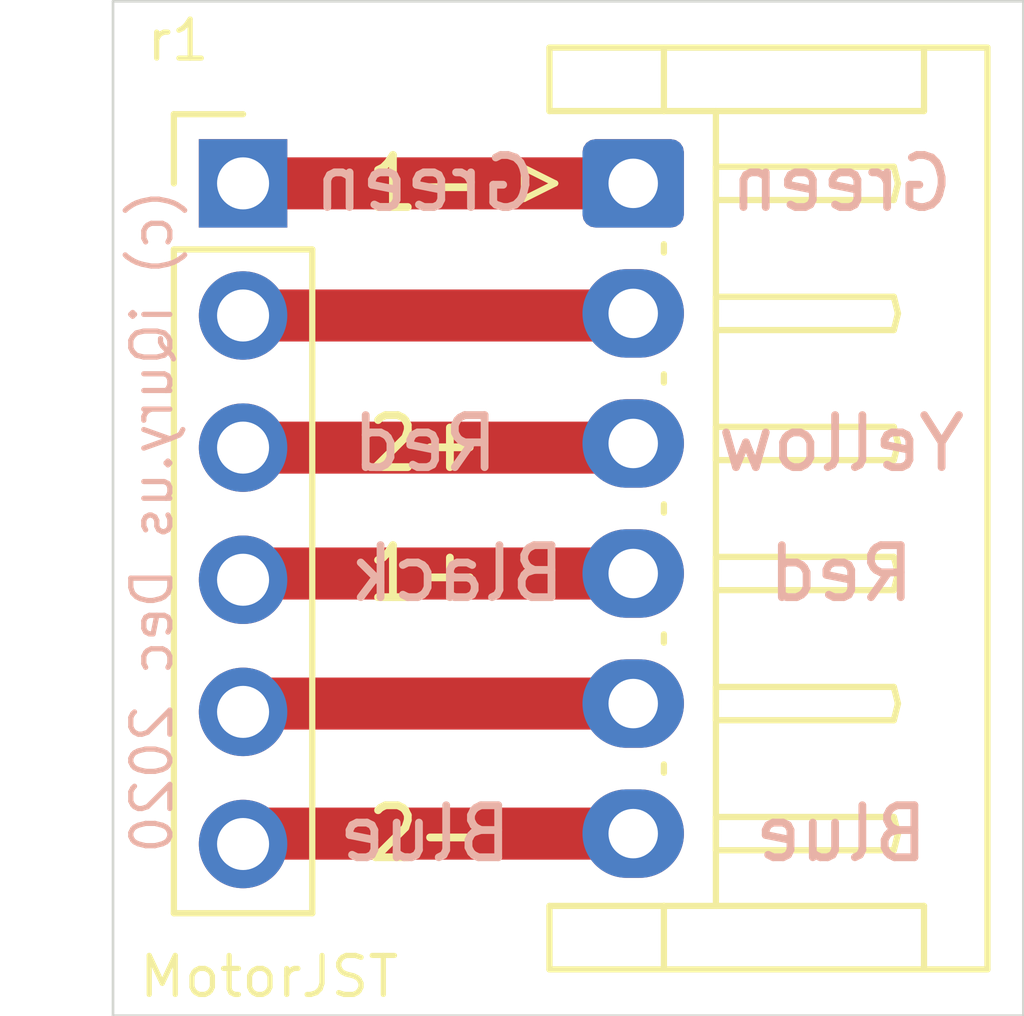
<source format=kicad_pcb>
(kicad_pcb (version 20201116) (generator pcbnew)
  (layers (0 "F.Cu" signal) (31 "B.Cu" signal) (34 "B.Paste" user) (35 "F.Paste" user) (36 "B.SilkS" user "B.Silkscreen") (37 "F.SilkS" user "F.Silkscreen") (38 "B.Mask" user) (39 "F.Mask" user) (44 "Edge.Cuts" user))
  (net 0 "")
  (net 1 "Net-(J1-Pad6)")
  (net 2 "Net-(J1-Pad5)")
  (net 3 "Net-(J1-Pad4)")
  (net 4 "Net-(J1-Pad3)")
  (net 5 "Net-(J1-Pad2)")
  (net 6 "Net-(J1-Pad1)")
  (footprint "Connector_JST:JST_EH_S6B-EH_1x06_P2.50mm_Horizontal" (layer "F.Cu") (at 204.5 119.5 -90)
    (fp_text reference "J1" hide)
    (fp_text value "Conn_01x06_Male")
    (fp_line (start 0 -1.59) (end -0.32 -1.59) (layer "F.SilkS") (width 0.12))
    (fp_line (start 11.17 -0.59) (end 11.33 -0.59) (layer "F.SilkS") (width 0.12))
    (fp_line (start 13.89 1.61) (end 13.89 -0.59) (layer "F.SilkS") (width 0.12))
    (fp_line (start 15.11 -5.59) (end 13.89 -5.59) (layer "F.SilkS") (width 0.12))
    (fp_line (start 7.18 -5.01) (end 7.5 -5.09) (layer "F.SilkS") (width 0.12))
    (fp_line (start 15.11 1.61) (end 13.89 1.61) (layer "F.SilkS") (width 0.12))
    (fp_line (start 12.18 -5.01) (end 12.5 -5.09) (layer "F.SilkS") (width 0.12))
    (fp_line (start 12.18 -1.59) (end 12.18 -5.01) (layer "F.SilkS") (width 0.12))
    (fp_line (start 10 -5.09) (end 10.32 -5.01) (layer "F.SilkS") (width 0.12))
    (fp_line (start 0.32 -1.59) (end 0 -1.59) (layer "F.SilkS") (width 0.12))
    (fp_line (start 8.67 -0.59) (end 8.83 -0.59) (layer "F.SilkS") (width 0.12))
    (fp_line (start -1.39 -1.59) (end 13.89 -1.59) (layer "F.SilkS") (width 0.12))
    (fp_line (start 10.32 -1.59) (end 10 -1.59) (layer "F.SilkS") (width 0.12))
    (fp_line (start 4.68 -1.59) (end 4.68 -5.01) (layer "F.SilkS") (width 0.12))
    (fp_line (start -2.61 -5.59) (end -1.39 -5.59) (layer "F.SilkS") (width 0.12))
    (fp_line (start 7.18 -1.59) (end 7.18 -5.01) (layer "F.SilkS") (width 0.12))
    (fp_line (start 12.5 -5.09) (end 12.82 -5.01) (layer "F.SilkS") (width 0.12))
    (fp_line (start 4.68 -5.01) (end 5 -5.09) (layer "F.SilkS") (width 0.12))
    (fp_line (start -0.3 2.1) (end 0.3 2.1) (layer "F.SilkS") (width 0.12))
    (fp_line (start 1.17 -0.59) (end 1.33 -0.59) (layer "F.SilkS") (width 0.12))
    (fp_line (start 2.82 -5.01) (end 2.82 -1.59) (layer "F.SilkS") (width 0.12))
    (fp_line (start 2.5 -1.59) (end 2.18 -1.59) (layer "F.SilkS") (width 0.12))
    (fp_line (start 15.11 -6.81) (end 15.11 1.61) (layer "F.SilkS") (width 0.12))
    (fp_line (start 12.5 -1.59) (end 12.18 -1.59) (layer "F.SilkS") (width 0.12))
    (fp_line (start 2.82 -1.59) (end 2.5 -1.59) (layer "F.SilkS") (width 0.12))
    (fp_line (start 0.3 2.1) (end 0 1.5) (layer "F.SilkS") (width 0.12))
    (fp_line (start 12.82 -5.01) (end 12.82 -1.59) (layer "F.SilkS") (width 0.12))
    (fp_line (start 5 -5.09) (end 5.32 -5.01) (layer "F.SilkS") (width 0.12))
    (fp_line (start 7.5 -1.59) (end 7.18 -1.59) (layer "F.SilkS") (width 0.12))
    (fp_line (start -1.39 -5.59) (end -1.39 -0.59) (layer "F.SilkS") (width 0.12))
    (fp_line (start 0.32 -5.01) (end 0.32 -1.59) (layer "F.SilkS") (width 0.12))
    (fp_line (start 2.18 -5.01) (end 2.5 -5.09) (layer "F.SilkS") (width 0.12))
    (fp_line (start -1.39 1.61) (end -2.61 1.61) (layer "F.SilkS") (width 0.12))
    (fp_line (start 5 -1.59) (end 4.68 -1.59) (layer "F.SilkS") (width 0.12))
    (fp_line (start 7.82 -1.59) (end 7.5 -1.59) (layer "F.SilkS") (width 0.12))
    (fp_line (start 9.68 -5.01) (end 10 -5.09) (layer "F.SilkS") (width 0.12))
    (fp_line (start -1.39 -0.59) (end -2.61 -0.59) (layer "F.SilkS") (width 0.12))
    (fp_line (start 13.89 -0.59) (end 15.11 -0.59) (layer "F.SilkS") (width 0.12))
    (fp_line (start 9.68 -1.59) (end 9.68 -5.01) (layer "F.SilkS") (width 0.12))
    (fp_line (start -0.32 -5.01) (end 0 -5.09) (layer "F.SilkS") (width 0.12))
    (fp_line (start 3.67 -0.59) (end 3.83 -0.59) (layer "F.SilkS") (width 0.12))
    (fp_line (start -2.61 -6.81) (end 15.11 -6.81) (layer "F.SilkS") (width 0.12))
    (fp_line (start -0.32 -1.59) (end -0.32 -5.01) (layer "F.SilkS") (width 0.12))
    (fp_line (start -1.39 -0.59) (end -1.39 1.61) (layer "F.SilkS") (width 0.12))
    (fp_line (start 13.89 -5.59) (end 13.89 -0.59) (layer "F.SilkS") (width 0.12))
    (fp_line (start 10.32 -5.01) (end 10.32 -1.59) (layer "F.SilkS") (width 0.12))
    (fp_line (start 12.82 -1.59) (end 12.5 -1.59) (layer "F.SilkS") (width 0.12))
    (fp_line (start -2.61 1.61) (end -2.61 -6.81) (layer "F.SilkS") (width 0.12))
    (fp_line (start 5.32 -1.59) (end 5 -1.59) (layer "F.SilkS") (width 0.12))
    (fp_line (start 0 1.5) (end -0.3 2.1) (layer "F.SilkS") (width 0.12))
    (fp_line (start 0 -5.09) (end 0.32 -5.01) (layer "F.SilkS") (width 0.12))
    (fp_line (start 10 -1.59) (end 9.68 -1.59) (layer "F.SilkS") (width 0.12))
    (fp_line (start 5.32 -5.01) (end 5.32 -1.59) (layer "F.SilkS") (width 0.12))
    (fp_line (start 2.5 -5.09) (end 2.82 -5.01) (layer "F.SilkS") (width 0.12))
    (fp_line (start 6.17 -0.59) (end 6.33 -0.59) (layer "F.SilkS") (width 0.12))
    (fp_line (start 7.5 -5.09) (end 7.82 -5.01) (layer "F.SilkS") (width 0.12))
    (fp_line (start 7.82 -5.01) (end 7.82 -1.59) (layer "F.SilkS") (width 0.12))
    (fp_line (start 2.18 -1.59) (end 2.18 -5.01) (layer "F.SilkS") (width 0.12))
    (pad "1" thru_hole roundrect (at 0 0 270) (size 1.7 1.95) (drill 0.95) (layers *.Cu *.Mask) (roundrect_rratio 0.1470588235294118) (net 6 "Net-(J1-Pad1)"))
    (pad "2" thru_hole oval (at 2.5 0 270) (size 1.7 1.95) (drill 0.95) (layers *.Cu *.Mask) (net 5 "Net-(J1-Pad2)"))
    (pad "3" thru_hole oval (at 5 0 270) (size 1.7 1.95) (drill 0.95) (layers *.Cu *.Mask) (net 4 "Net-(J1-Pad3)"))
    (pad "4" thru_hole oval (at 7.5 0 270) (size 1.7 1.95) (drill 0.95) (layers *.Cu *.Mask) (net 3 "Net-(J1-Pad4)"))
    (pad "5" thru_hole oval (at 10 0 270) (size 1.7 1.95) (drill 0.95) (layers *.Cu *.Mask) (net 2 "Net-(J1-Pad5)"))
    (pad "6" thru_hole oval (at 12.5 0 270) (size 1.7 1.95) (drill 0.95) (layers *.Cu *.Mask) (net 1 "Net-(J1-Pad6)"))
  )
  (footprint "Connector_PinHeader_2.54mm:PinHeader_1x06_P2.54mm_Vertical" (layer "F.Cu") (at 197 119.5)
    (fp_text reference "J2" hide)
    (fp_text value "Conn_01x06")
    (fp_line (start 1.33 1.27) (end 1.33 14.03) (layer "F.SilkS") (width 0.12))
    (fp_line (start -1.33 1.27) (end 1.33 1.27) (layer "F.SilkS") (width 0.12))
    (fp_line (start -1.33 1.27) (end -1.33 14.03) (layer "F.SilkS") (width 0.12))
    (fp_line (start -1.33 0) (end -1.33 -1.33) (layer "F.SilkS") (width 0.12))
    (fp_line (start -1.33 -1.33) (end 0 -1.33) (layer "F.SilkS") (width 0.12))
    (fp_line (start -1.33 14.03) (end 1.33 14.03) (layer "F.SilkS") (width 0.12))
    (pad "1" thru_hole rect (at 0 0) (size 1.7 1.7) (drill 1) (layers *.Cu *.Mask) (net 6 "Net-(J1-Pad1)"))
    (pad "2" thru_hole oval (at 0 2.54) (size 1.7 1.7) (drill 1) (layers *.Cu *.Mask) (net 5 "Net-(J1-Pad2)"))
    (pad "3" thru_hole oval (at 0 5.08) (size 1.7 1.7) (drill 1) (layers *.Cu *.Mask) (net 4 "Net-(J1-Pad3)"))
    (pad "4" thru_hole oval (at 0 7.62) (size 1.7 1.7) (drill 1) (layers *.Cu *.Mask) (net 3 "Net-(J1-Pad4)"))
    (pad "5" thru_hole oval (at 0 10.16) (size 1.7 1.7) (drill 1) (layers *.Cu *.Mask) (net 2 "Net-(J1-Pad5)"))
    (pad "6" thru_hole oval (at 0 12.7) (size 1.7 1.7) (drill 1) (layers *.Cu *.Mask) (net 1 "Net-(J1-Pad6)"))
  )
  (gr_line (start 212 135.5) (end 194.5 135.5) (layer "Edge.Cuts") (width 0.05))
  (gr_line (start 212 116) (end 212 135.5) (layer "Edge.Cuts") (width 0.05))
  (gr_line (start 194.5 135.5) (end 194.5 116) (layer "Edge.Cuts") (width 0.05))
  (gr_line (start 194.5 116) (end 212 116) (layer "Edge.Cuts") (width 0.05))
  (gr_text "Green" (at 208.5 119.5) (layer "B.SilkS") (effects (font (size 1 1)) (justify mirror)))
  (gr_text "Blue" (at 208.5 132) (layer "B.SilkS") (effects (font (size 1 1)) (justify mirror)))
  (gr_text "Red" (at 208.5 127) (layer "B.SilkS") (effects (font (size 1 1)) (justify mirror)))
  (gr_text "(c) iQury.us Dec 2020" (at 195.25 126 90) (layer "B.SilkS") (effects (font (size 0.75 0.75) (thickness 0.1)) (justify mirror)))
  (gr_text "Red" (at 200.5 124.5) (layer "B.SilkS") (effects (font (size 1 1)) (justify mirror)))
  (gr_text "	Black" (at 203 127) (layer "B.SilkS") (effects (font (size 1 1)) (justify mirror)))
  (gr_text "Green" (at 200.5 119.5) (layer "B.SilkS") (effects (font (size 1 1)) (justify mirror)))
  (gr_text "Yellow" (at 208.5 124.5) (layer "B.SilkS") (effects (font (size 1 1)) (justify mirror)))
  (gr_text "Blue" (at 200.5 132) (layer "B.SilkS") (effects (font (size 1 1)) (justify mirror)))
  (gr_text "1-" (at 200.5 119.5) (layer "F.SilkS") (effects (font (size 1 1))))
  (gr_text "2-" (at 200.5 132) (layer "F.SilkS") (effects (font (size 1 1))))
  (gr_text "2+" (at 200.5 124.5) (layer "F.SilkS") (effects (font (size 1 1))))
  (gr_text "1+" (at 200.5 127) (layer "F.SilkS") (effects (font (size 1 1))))
  (gr_text "r1" (at 195.75 116.75) (layer "F.SilkS") (effects (font (size 0.75 0.75) (thickness 0.1))))
  (gr_text "MotorJST" (at 197.5 134.75) (layer "F.SilkS") (effects (font (size 0.75 0.75) (thickness 0.1))))
  (segment (start 204.5 132) (end 197.2 132) (width 1) (layer "F.Cu") (net 1))
  (segment (start 197.2 132) (end 197 132.2) (width 1) (layer "F.Cu") (net 1))
  (segment (start 204.5 129.5) (end 197.16 129.5) (width 1) (layer "F.Cu") (net 2))
  (segment (start 197.16 129.5) (end 197 129.66) (width 1) (layer "F.Cu") (net 2))
  (segment (start 197.12 127) (end 197 127.12) (width 1) (layer "F.Cu") (net 3))
  (segment (start 204.5 127) (end 197.12 127) (width 1) (layer "F.Cu") (net 3))
  (segment (start 197 124.58) (end 204.42 124.58) (width 1) (layer "F.Cu") (net 4))
  (segment (start 204.42 124.58) (end 204.5 124.5) (width 1) (layer "F.Cu") (net 4))
  (segment (start 197 122.04) (end 204.46 122.04) (width 1) (layer "F.Cu") (net 5))
  (segment (start 204.46 122.04) (end 204.5 122) (width 1) (layer "F.Cu") (net 5))
  (segment (start 197 119.5) (end 204.5 119.5) (width 1) (layer "F.Cu") (net 6))
)
</source>
